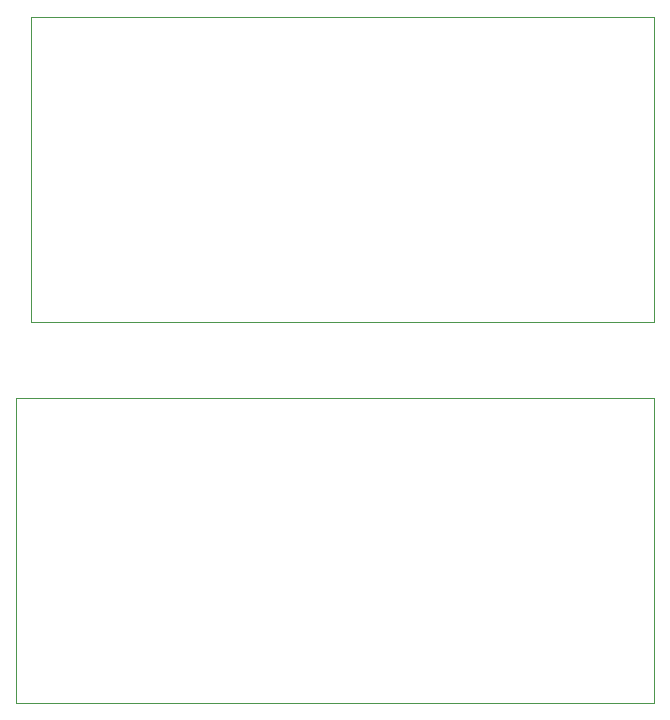
<source format=gbr>
%TF.GenerationSoftware,KiCad,Pcbnew,(5.1.6)-1*%
%TF.CreationDate,2022-05-19T15:55:08-04:00*%
%TF.ProjectId,sensor_v1,73656e73-6f72-45f7-9631-2e6b69636164,rev?*%
%TF.SameCoordinates,Original*%
%TF.FileFunction,Profile,NP*%
%FSLAX46Y46*%
G04 Gerber Fmt 4.6, Leading zero omitted, Abs format (unit mm)*
G04 Created by KiCad (PCBNEW (5.1.6)-1) date 2022-05-19 15:55:08*
%MOMM*%
%LPD*%
G01*
G04 APERTURE LIST*
%TA.AperFunction,Profile*%
%ADD10C,0.050000*%
%TD*%
G04 APERTURE END LIST*
D10*
X93726000Y-96139000D02*
X89027000Y-96139000D01*
X93726000Y-70358000D02*
X89027000Y-70358000D01*
X90297000Y-38100000D02*
X143002000Y-38100000D01*
X93726000Y-63881000D02*
X90297000Y-63881000D01*
X143002000Y-63881000D02*
X143002000Y-38100000D01*
X93726000Y-63881000D02*
X143002000Y-63881000D01*
X90297000Y-38100000D02*
X90297000Y-63881000D01*
X143002000Y-70358000D02*
X93726000Y-70358000D01*
X143002000Y-96139000D02*
X143002000Y-70358000D01*
X93726000Y-96139000D02*
X143002000Y-96139000D01*
X89027000Y-70358000D02*
X89027000Y-96139000D01*
M02*

</source>
